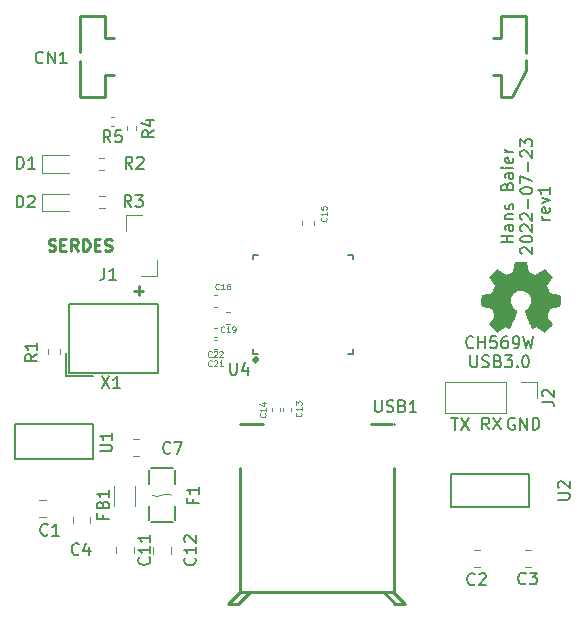
<source format=gbr>
%TF.GenerationSoftware,KiCad,Pcbnew,6.0.6-3a73a75311~116~ubuntu20.04.1*%
%TF.CreationDate,2022-07-23T08:19:23+07:00*%
%TF.ProjectId,CH569Board,43483536-3942-46f6-9172-642e6b696361,rev?*%
%TF.SameCoordinates,Original*%
%TF.FileFunction,Legend,Top*%
%TF.FilePolarity,Positive*%
%FSLAX46Y46*%
G04 Gerber Fmt 4.6, Leading zero omitted, Abs format (unit mm)*
G04 Created by KiCad (PCBNEW 6.0.6-3a73a75311~116~ubuntu20.04.1) date 2022-07-23 08:19:23*
%MOMM*%
%LPD*%
G01*
G04 APERTURE LIST*
%ADD10C,0.250000*%
%ADD11C,0.150000*%
%ADD12C,0.125000*%
%ADD13C,0.120000*%
%ADD14C,0.010000*%
%ADD15C,0.080000*%
%ADD16C,0.200000*%
%ADD17C,0.300000*%
G04 APERTURE END LIST*
D10*
X111328247Y-102230228D02*
X112090152Y-102230228D01*
X111709200Y-102611180D02*
X111709200Y-101849276D01*
D11*
X143411380Y-98138761D02*
X142411380Y-98138761D01*
X142887571Y-98138761D02*
X142887571Y-97567333D01*
X143411380Y-97567333D02*
X142411380Y-97567333D01*
X143411380Y-96662571D02*
X142887571Y-96662571D01*
X142792333Y-96710190D01*
X142744714Y-96805428D01*
X142744714Y-96995904D01*
X142792333Y-97091142D01*
X143363761Y-96662571D02*
X143411380Y-96757809D01*
X143411380Y-96995904D01*
X143363761Y-97091142D01*
X143268523Y-97138761D01*
X143173285Y-97138761D01*
X143078047Y-97091142D01*
X143030428Y-96995904D01*
X143030428Y-96757809D01*
X142982809Y-96662571D01*
X142744714Y-96186380D02*
X143411380Y-96186380D01*
X142839952Y-96186380D02*
X142792333Y-96138761D01*
X142744714Y-96043523D01*
X142744714Y-95900666D01*
X142792333Y-95805428D01*
X142887571Y-95757809D01*
X143411380Y-95757809D01*
X143363761Y-95329238D02*
X143411380Y-95234000D01*
X143411380Y-95043523D01*
X143363761Y-94948285D01*
X143268523Y-94900666D01*
X143220904Y-94900666D01*
X143125666Y-94948285D01*
X143078047Y-95043523D01*
X143078047Y-95186380D01*
X143030428Y-95281619D01*
X142935190Y-95329238D01*
X142887571Y-95329238D01*
X142792333Y-95281619D01*
X142744714Y-95186380D01*
X142744714Y-95043523D01*
X142792333Y-94948285D01*
X142887571Y-93376857D02*
X142935190Y-93234000D01*
X142982809Y-93186380D01*
X143078047Y-93138761D01*
X143220904Y-93138761D01*
X143316142Y-93186380D01*
X143363761Y-93234000D01*
X143411380Y-93329238D01*
X143411380Y-93710190D01*
X142411380Y-93710190D01*
X142411380Y-93376857D01*
X142459000Y-93281619D01*
X142506619Y-93234000D01*
X142601857Y-93186380D01*
X142697095Y-93186380D01*
X142792333Y-93234000D01*
X142839952Y-93281619D01*
X142887571Y-93376857D01*
X142887571Y-93710190D01*
X143411380Y-92281619D02*
X142887571Y-92281619D01*
X142792333Y-92329238D01*
X142744714Y-92424476D01*
X142744714Y-92614952D01*
X142792333Y-92710190D01*
X143363761Y-92281619D02*
X143411380Y-92376857D01*
X143411380Y-92614952D01*
X143363761Y-92710190D01*
X143268523Y-92757809D01*
X143173285Y-92757809D01*
X143078047Y-92710190D01*
X143030428Y-92614952D01*
X143030428Y-92376857D01*
X142982809Y-92281619D01*
X143411380Y-91805428D02*
X142744714Y-91805428D01*
X142411380Y-91805428D02*
X142459000Y-91853047D01*
X142506619Y-91805428D01*
X142459000Y-91757809D01*
X142411380Y-91805428D01*
X142506619Y-91805428D01*
X143363761Y-90948285D02*
X143411380Y-91043523D01*
X143411380Y-91234000D01*
X143363761Y-91329238D01*
X143268523Y-91376857D01*
X142887571Y-91376857D01*
X142792333Y-91329238D01*
X142744714Y-91234000D01*
X142744714Y-91043523D01*
X142792333Y-90948285D01*
X142887571Y-90900666D01*
X142982809Y-90900666D01*
X143078047Y-91376857D01*
X143411380Y-90472095D02*
X142744714Y-90472095D01*
X142935190Y-90472095D02*
X142839952Y-90424476D01*
X142792333Y-90376857D01*
X142744714Y-90281619D01*
X142744714Y-90186380D01*
X144116619Y-99091142D02*
X144069000Y-99043523D01*
X144021380Y-98948285D01*
X144021380Y-98710190D01*
X144069000Y-98614952D01*
X144116619Y-98567333D01*
X144211857Y-98519714D01*
X144307095Y-98519714D01*
X144449952Y-98567333D01*
X145021380Y-99138761D01*
X145021380Y-98519714D01*
X144021380Y-97900666D02*
X144021380Y-97805428D01*
X144069000Y-97710190D01*
X144116619Y-97662571D01*
X144211857Y-97614952D01*
X144402333Y-97567333D01*
X144640428Y-97567333D01*
X144830904Y-97614952D01*
X144926142Y-97662571D01*
X144973761Y-97710190D01*
X145021380Y-97805428D01*
X145021380Y-97900666D01*
X144973761Y-97995904D01*
X144926142Y-98043523D01*
X144830904Y-98091142D01*
X144640428Y-98138761D01*
X144402333Y-98138761D01*
X144211857Y-98091142D01*
X144116619Y-98043523D01*
X144069000Y-97995904D01*
X144021380Y-97900666D01*
X144116619Y-97186380D02*
X144069000Y-97138761D01*
X144021380Y-97043523D01*
X144021380Y-96805428D01*
X144069000Y-96710190D01*
X144116619Y-96662571D01*
X144211857Y-96614952D01*
X144307095Y-96614952D01*
X144449952Y-96662571D01*
X145021380Y-97234000D01*
X145021380Y-96614952D01*
X144116619Y-96234000D02*
X144069000Y-96186380D01*
X144021380Y-96091142D01*
X144021380Y-95853047D01*
X144069000Y-95757809D01*
X144116619Y-95710190D01*
X144211857Y-95662571D01*
X144307095Y-95662571D01*
X144449952Y-95710190D01*
X145021380Y-96281619D01*
X145021380Y-95662571D01*
X144640428Y-95234000D02*
X144640428Y-94472095D01*
X144021380Y-93805428D02*
X144021380Y-93710190D01*
X144069000Y-93614952D01*
X144116619Y-93567333D01*
X144211857Y-93519714D01*
X144402333Y-93472095D01*
X144640428Y-93472095D01*
X144830904Y-93519714D01*
X144926142Y-93567333D01*
X144973761Y-93614952D01*
X145021380Y-93710190D01*
X145021380Y-93805428D01*
X144973761Y-93900666D01*
X144926142Y-93948285D01*
X144830904Y-93995904D01*
X144640428Y-94043523D01*
X144402333Y-94043523D01*
X144211857Y-93995904D01*
X144116619Y-93948285D01*
X144069000Y-93900666D01*
X144021380Y-93805428D01*
X144021380Y-93138761D02*
X144021380Y-92472095D01*
X145021380Y-92900666D01*
X144640428Y-92091142D02*
X144640428Y-91329238D01*
X144116619Y-90900666D02*
X144069000Y-90853047D01*
X144021380Y-90757809D01*
X144021380Y-90519714D01*
X144069000Y-90424476D01*
X144116619Y-90376857D01*
X144211857Y-90329238D01*
X144307095Y-90329238D01*
X144449952Y-90376857D01*
X145021380Y-90948285D01*
X145021380Y-90329238D01*
X144021380Y-89995904D02*
X144021380Y-89376857D01*
X144402333Y-89710190D01*
X144402333Y-89567333D01*
X144449952Y-89472095D01*
X144497571Y-89424476D01*
X144592809Y-89376857D01*
X144830904Y-89376857D01*
X144926142Y-89424476D01*
X144973761Y-89472095D01*
X145021380Y-89567333D01*
X145021380Y-89853047D01*
X144973761Y-89948285D01*
X144926142Y-89995904D01*
X140025714Y-106994142D02*
X139978095Y-107041761D01*
X139835238Y-107089380D01*
X139740000Y-107089380D01*
X139597142Y-107041761D01*
X139501904Y-106946523D01*
X139454285Y-106851285D01*
X139406666Y-106660809D01*
X139406666Y-106517952D01*
X139454285Y-106327476D01*
X139501904Y-106232238D01*
X139597142Y-106137000D01*
X139740000Y-106089380D01*
X139835238Y-106089380D01*
X139978095Y-106137000D01*
X140025714Y-106184619D01*
X140454285Y-107089380D02*
X140454285Y-106089380D01*
X140454285Y-106565571D02*
X141025714Y-106565571D01*
X141025714Y-107089380D02*
X141025714Y-106089380D01*
X141978095Y-106089380D02*
X141501904Y-106089380D01*
X141454285Y-106565571D01*
X141501904Y-106517952D01*
X141597142Y-106470333D01*
X141835238Y-106470333D01*
X141930476Y-106517952D01*
X141978095Y-106565571D01*
X142025714Y-106660809D01*
X142025714Y-106898904D01*
X141978095Y-106994142D01*
X141930476Y-107041761D01*
X141835238Y-107089380D01*
X141597142Y-107089380D01*
X141501904Y-107041761D01*
X141454285Y-106994142D01*
X142882857Y-106089380D02*
X142692380Y-106089380D01*
X142597142Y-106137000D01*
X142549523Y-106184619D01*
X142454285Y-106327476D01*
X142406666Y-106517952D01*
X142406666Y-106898904D01*
X142454285Y-106994142D01*
X142501904Y-107041761D01*
X142597142Y-107089380D01*
X142787619Y-107089380D01*
X142882857Y-107041761D01*
X142930476Y-106994142D01*
X142978095Y-106898904D01*
X142978095Y-106660809D01*
X142930476Y-106565571D01*
X142882857Y-106517952D01*
X142787619Y-106470333D01*
X142597142Y-106470333D01*
X142501904Y-106517952D01*
X142454285Y-106565571D01*
X142406666Y-106660809D01*
X143454285Y-107089380D02*
X143644761Y-107089380D01*
X143740000Y-107041761D01*
X143787619Y-106994142D01*
X143882857Y-106851285D01*
X143930476Y-106660809D01*
X143930476Y-106279857D01*
X143882857Y-106184619D01*
X143835238Y-106137000D01*
X143740000Y-106089380D01*
X143549523Y-106089380D01*
X143454285Y-106137000D01*
X143406666Y-106184619D01*
X143359047Y-106279857D01*
X143359047Y-106517952D01*
X143406666Y-106613190D01*
X143454285Y-106660809D01*
X143549523Y-106708428D01*
X143740000Y-106708428D01*
X143835238Y-106660809D01*
X143882857Y-106613190D01*
X143930476Y-106517952D01*
X144263809Y-106089380D02*
X144501904Y-107089380D01*
X144692380Y-106375095D01*
X144882857Y-107089380D01*
X145120952Y-106089380D01*
X139787619Y-107699380D02*
X139787619Y-108508904D01*
X139835238Y-108604142D01*
X139882857Y-108651761D01*
X139978095Y-108699380D01*
X140168571Y-108699380D01*
X140263809Y-108651761D01*
X140311428Y-108604142D01*
X140359047Y-108508904D01*
X140359047Y-107699380D01*
X140787619Y-108651761D02*
X140930476Y-108699380D01*
X141168571Y-108699380D01*
X141263809Y-108651761D01*
X141311428Y-108604142D01*
X141359047Y-108508904D01*
X141359047Y-108413666D01*
X141311428Y-108318428D01*
X141263809Y-108270809D01*
X141168571Y-108223190D01*
X140978095Y-108175571D01*
X140882857Y-108127952D01*
X140835238Y-108080333D01*
X140787619Y-107985095D01*
X140787619Y-107889857D01*
X140835238Y-107794619D01*
X140882857Y-107747000D01*
X140978095Y-107699380D01*
X141216190Y-107699380D01*
X141359047Y-107747000D01*
X142120952Y-108175571D02*
X142263809Y-108223190D01*
X142311428Y-108270809D01*
X142359047Y-108366047D01*
X142359047Y-108508904D01*
X142311428Y-108604142D01*
X142263809Y-108651761D01*
X142168571Y-108699380D01*
X141787619Y-108699380D01*
X141787619Y-107699380D01*
X142120952Y-107699380D01*
X142216190Y-107747000D01*
X142263809Y-107794619D01*
X142311428Y-107889857D01*
X142311428Y-107985095D01*
X142263809Y-108080333D01*
X142216190Y-108127952D01*
X142120952Y-108175571D01*
X141787619Y-108175571D01*
X142692380Y-107699380D02*
X143311428Y-107699380D01*
X142978095Y-108080333D01*
X143120952Y-108080333D01*
X143216190Y-108127952D01*
X143263809Y-108175571D01*
X143311428Y-108270809D01*
X143311428Y-108508904D01*
X143263809Y-108604142D01*
X143216190Y-108651761D01*
X143120952Y-108699380D01*
X142835238Y-108699380D01*
X142740000Y-108651761D01*
X142692380Y-108604142D01*
X143740000Y-108604142D02*
X143787619Y-108651761D01*
X143740000Y-108699380D01*
X143692380Y-108651761D01*
X143740000Y-108604142D01*
X143740000Y-108699380D01*
X144406666Y-107699380D02*
X144501904Y-107699380D01*
X144597142Y-107747000D01*
X144644761Y-107794619D01*
X144692380Y-107889857D01*
X144740000Y-108080333D01*
X144740000Y-108318428D01*
X144692380Y-108508904D01*
X144644761Y-108604142D01*
X144597142Y-108651761D01*
X144501904Y-108699380D01*
X144406666Y-108699380D01*
X144311428Y-108651761D01*
X144263809Y-108604142D01*
X144216190Y-108508904D01*
X144168571Y-108318428D01*
X144168571Y-108080333D01*
X144216190Y-107889857D01*
X144263809Y-107794619D01*
X144311428Y-107747000D01*
X144406666Y-107699380D01*
X141363333Y-113962380D02*
X141030000Y-113486190D01*
X140791904Y-113962380D02*
X140791904Y-112962380D01*
X141172857Y-112962380D01*
X141268095Y-113010000D01*
X141315714Y-113057619D01*
X141363333Y-113152857D01*
X141363333Y-113295714D01*
X141315714Y-113390952D01*
X141268095Y-113438571D01*
X141172857Y-113486190D01*
X140791904Y-113486190D01*
X141696666Y-112962380D02*
X142363333Y-113962380D01*
X142363333Y-112962380D02*
X141696666Y-113962380D01*
X143518095Y-113030000D02*
X143422857Y-112982380D01*
X143280000Y-112982380D01*
X143137142Y-113030000D01*
X143041904Y-113125238D01*
X142994285Y-113220476D01*
X142946666Y-113410952D01*
X142946666Y-113553809D01*
X142994285Y-113744285D01*
X143041904Y-113839523D01*
X143137142Y-113934761D01*
X143280000Y-113982380D01*
X143375238Y-113982380D01*
X143518095Y-113934761D01*
X143565714Y-113887142D01*
X143565714Y-113553809D01*
X143375238Y-113553809D01*
X143994285Y-113982380D02*
X143994285Y-112982380D01*
X144565714Y-113982380D01*
X144565714Y-112982380D01*
X145041904Y-113982380D02*
X145041904Y-112982380D01*
X145280000Y-112982380D01*
X145422857Y-113030000D01*
X145518095Y-113125238D01*
X145565714Y-113220476D01*
X145613333Y-113410952D01*
X145613333Y-113553809D01*
X145565714Y-113744285D01*
X145518095Y-113839523D01*
X145422857Y-113934761D01*
X145280000Y-113982380D01*
X145041904Y-113982380D01*
X146502380Y-96200742D02*
X145835714Y-96200742D01*
X146026190Y-96200742D02*
X145930952Y-96153123D01*
X145883333Y-96105504D01*
X145835714Y-96010266D01*
X145835714Y-95915028D01*
X146454761Y-95200742D02*
X146502380Y-95295980D01*
X146502380Y-95486457D01*
X146454761Y-95581695D01*
X146359523Y-95629314D01*
X145978571Y-95629314D01*
X145883333Y-95581695D01*
X145835714Y-95486457D01*
X145835714Y-95295980D01*
X145883333Y-95200742D01*
X145978571Y-95153123D01*
X146073809Y-95153123D01*
X146169047Y-95629314D01*
X145835714Y-94819790D02*
X146502380Y-94581695D01*
X145835714Y-94343600D01*
X146502380Y-93438838D02*
X146502380Y-94010266D01*
X146502380Y-93724552D02*
X145502380Y-93724552D01*
X145645238Y-93819790D01*
X145740476Y-93915028D01*
X145788095Y-94010266D01*
X138178095Y-112982380D02*
X138749523Y-112982380D01*
X138463809Y-113982380D02*
X138463809Y-112982380D01*
X138987619Y-112982380D02*
X139654285Y-113982380D01*
X139654285Y-112982380D02*
X138987619Y-113982380D01*
D10*
X104064133Y-98804361D02*
X104206990Y-98851980D01*
X104445085Y-98851980D01*
X104540323Y-98804361D01*
X104587942Y-98756742D01*
X104635561Y-98661504D01*
X104635561Y-98566266D01*
X104587942Y-98471028D01*
X104540323Y-98423409D01*
X104445085Y-98375790D01*
X104254609Y-98328171D01*
X104159371Y-98280552D01*
X104111752Y-98232933D01*
X104064133Y-98137695D01*
X104064133Y-98042457D01*
X104111752Y-97947219D01*
X104159371Y-97899600D01*
X104254609Y-97851980D01*
X104492704Y-97851980D01*
X104635561Y-97899600D01*
X105064133Y-98328171D02*
X105397466Y-98328171D01*
X105540323Y-98851980D02*
X105064133Y-98851980D01*
X105064133Y-97851980D01*
X105540323Y-97851980D01*
X106540323Y-98851980D02*
X106206990Y-98375790D01*
X105968895Y-98851980D02*
X105968895Y-97851980D01*
X106349847Y-97851980D01*
X106445085Y-97899600D01*
X106492704Y-97947219D01*
X106540323Y-98042457D01*
X106540323Y-98185314D01*
X106492704Y-98280552D01*
X106445085Y-98328171D01*
X106349847Y-98375790D01*
X105968895Y-98375790D01*
X106968895Y-98851980D02*
X106968895Y-97851980D01*
X107206990Y-97851980D01*
X107349847Y-97899600D01*
X107445085Y-97994838D01*
X107492704Y-98090076D01*
X107540323Y-98280552D01*
X107540323Y-98423409D01*
X107492704Y-98613885D01*
X107445085Y-98709123D01*
X107349847Y-98804361D01*
X107206990Y-98851980D01*
X106968895Y-98851980D01*
X107968895Y-98328171D02*
X108302228Y-98328171D01*
X108445085Y-98851980D02*
X107968895Y-98851980D01*
X107968895Y-97851980D01*
X108445085Y-97851980D01*
X108826038Y-98804361D02*
X108968895Y-98851980D01*
X109206990Y-98851980D01*
X109302228Y-98804361D01*
X109349847Y-98756742D01*
X109397466Y-98661504D01*
X109397466Y-98566266D01*
X109349847Y-98471028D01*
X109302228Y-98423409D01*
X109206990Y-98375790D01*
X109016514Y-98328171D01*
X108921276Y-98280552D01*
X108873657Y-98232933D01*
X108826038Y-98137695D01*
X108826038Y-98042457D01*
X108873657Y-97947219D01*
X108921276Y-97899600D01*
X109016514Y-97851980D01*
X109254609Y-97851980D01*
X109397466Y-97899600D01*
D11*
%TO.C,R4*%
X112974380Y-88660266D02*
X112498190Y-88993600D01*
X112974380Y-89231695D02*
X111974380Y-89231695D01*
X111974380Y-88850742D01*
X112022000Y-88755504D01*
X112069619Y-88707885D01*
X112164857Y-88660266D01*
X112307714Y-88660266D01*
X112402952Y-88707885D01*
X112450571Y-88755504D01*
X112498190Y-88850742D01*
X112498190Y-89231695D01*
X112307714Y-87803123D02*
X112974380Y-87803123D01*
X111926761Y-88041219D02*
X112641047Y-88279314D01*
X112641047Y-87660266D01*
%TO.C,CN1*%
X103589523Y-82887142D02*
X103541904Y-82934761D01*
X103399047Y-82982380D01*
X103303809Y-82982380D01*
X103160952Y-82934761D01*
X103065714Y-82839523D01*
X103018095Y-82744285D01*
X102970476Y-82553809D01*
X102970476Y-82410952D01*
X103018095Y-82220476D01*
X103065714Y-82125238D01*
X103160952Y-82030000D01*
X103303809Y-81982380D01*
X103399047Y-81982380D01*
X103541904Y-82030000D01*
X103589523Y-82077619D01*
X104018095Y-82982380D02*
X104018095Y-81982380D01*
X104589523Y-82982380D01*
X104589523Y-81982380D01*
X105589523Y-82982380D02*
X105018095Y-82982380D01*
X105303809Y-82982380D02*
X105303809Y-81982380D01*
X105208571Y-82125238D01*
X105113333Y-82220476D01*
X105018095Y-82268095D01*
D12*
%TO.C,C14*%
X122398571Y-112621428D02*
X122422380Y-112645238D01*
X122446190Y-112716666D01*
X122446190Y-112764285D01*
X122422380Y-112835714D01*
X122374761Y-112883333D01*
X122327142Y-112907142D01*
X122231904Y-112930952D01*
X122160476Y-112930952D01*
X122065238Y-112907142D01*
X122017619Y-112883333D01*
X121970000Y-112835714D01*
X121946190Y-112764285D01*
X121946190Y-112716666D01*
X121970000Y-112645238D01*
X121993809Y-112621428D01*
X122446190Y-112145238D02*
X122446190Y-112430952D01*
X122446190Y-112288095D02*
X121946190Y-112288095D01*
X122017619Y-112335714D01*
X122065238Y-112383333D01*
X122089047Y-112430952D01*
X122112857Y-111716666D02*
X122446190Y-111716666D01*
X121922380Y-111835714D02*
X122279523Y-111954761D01*
X122279523Y-111645238D01*
%TO.C,C19*%
X118948571Y-105698571D02*
X118924761Y-105722380D01*
X118853333Y-105746190D01*
X118805714Y-105746190D01*
X118734285Y-105722380D01*
X118686666Y-105674761D01*
X118662857Y-105627142D01*
X118639047Y-105531904D01*
X118639047Y-105460476D01*
X118662857Y-105365238D01*
X118686666Y-105317619D01*
X118734285Y-105270000D01*
X118805714Y-105246190D01*
X118853333Y-105246190D01*
X118924761Y-105270000D01*
X118948571Y-105293809D01*
X119424761Y-105746190D02*
X119139047Y-105746190D01*
X119281904Y-105746190D02*
X119281904Y-105246190D01*
X119234285Y-105317619D01*
X119186666Y-105365238D01*
X119139047Y-105389047D01*
X119662857Y-105746190D02*
X119758095Y-105746190D01*
X119805714Y-105722380D01*
X119829523Y-105698571D01*
X119877142Y-105627142D01*
X119900952Y-105531904D01*
X119900952Y-105341428D01*
X119877142Y-105293809D01*
X119853333Y-105270000D01*
X119805714Y-105246190D01*
X119710476Y-105246190D01*
X119662857Y-105270000D01*
X119639047Y-105293809D01*
X119615238Y-105341428D01*
X119615238Y-105460476D01*
X119639047Y-105508095D01*
X119662857Y-105531904D01*
X119710476Y-105555714D01*
X119805714Y-105555714D01*
X119853333Y-105531904D01*
X119877142Y-105508095D01*
X119900952Y-105460476D01*
D11*
%TO.C,C4*%
X106640333Y-124512342D02*
X106592714Y-124559961D01*
X106449857Y-124607580D01*
X106354619Y-124607580D01*
X106211761Y-124559961D01*
X106116523Y-124464723D01*
X106068904Y-124369485D01*
X106021285Y-124179009D01*
X106021285Y-124036152D01*
X106068904Y-123845676D01*
X106116523Y-123750438D01*
X106211761Y-123655200D01*
X106354619Y-123607580D01*
X106449857Y-123607580D01*
X106592714Y-123655200D01*
X106640333Y-123702819D01*
X107497476Y-123940914D02*
X107497476Y-124607580D01*
X107259380Y-123559961D02*
X107021285Y-124274247D01*
X107640333Y-124274247D01*
D12*
%TO.C,C16*%
X118508571Y-102068571D02*
X118484761Y-102092380D01*
X118413333Y-102116190D01*
X118365714Y-102116190D01*
X118294285Y-102092380D01*
X118246666Y-102044761D01*
X118222857Y-101997142D01*
X118199047Y-101901904D01*
X118199047Y-101830476D01*
X118222857Y-101735238D01*
X118246666Y-101687619D01*
X118294285Y-101640000D01*
X118365714Y-101616190D01*
X118413333Y-101616190D01*
X118484761Y-101640000D01*
X118508571Y-101663809D01*
X118984761Y-102116190D02*
X118699047Y-102116190D01*
X118841904Y-102116190D02*
X118841904Y-101616190D01*
X118794285Y-101687619D01*
X118746666Y-101735238D01*
X118699047Y-101759047D01*
X119413333Y-101616190D02*
X119318095Y-101616190D01*
X119270476Y-101640000D01*
X119246666Y-101663809D01*
X119199047Y-101735238D01*
X119175238Y-101830476D01*
X119175238Y-102020952D01*
X119199047Y-102068571D01*
X119222857Y-102092380D01*
X119270476Y-102116190D01*
X119365714Y-102116190D01*
X119413333Y-102092380D01*
X119437142Y-102068571D01*
X119460952Y-102020952D01*
X119460952Y-101901904D01*
X119437142Y-101854285D01*
X119413333Y-101830476D01*
X119365714Y-101806666D01*
X119270476Y-101806666D01*
X119222857Y-101830476D01*
X119199047Y-101854285D01*
X119175238Y-101901904D01*
D11*
%TO.C,C1*%
X103998733Y-122861342D02*
X103951114Y-122908961D01*
X103808257Y-122956580D01*
X103713019Y-122956580D01*
X103570161Y-122908961D01*
X103474923Y-122813723D01*
X103427304Y-122718485D01*
X103379685Y-122528009D01*
X103379685Y-122385152D01*
X103427304Y-122194676D01*
X103474923Y-122099438D01*
X103570161Y-122004200D01*
X103713019Y-121956580D01*
X103808257Y-121956580D01*
X103951114Y-122004200D01*
X103998733Y-122051819D01*
X104951114Y-122956580D02*
X104379685Y-122956580D01*
X104665400Y-122956580D02*
X104665400Y-121956580D01*
X104570161Y-122099438D01*
X104474923Y-122194676D01*
X104379685Y-122242295D01*
D12*
%TO.C,C13*%
X125438571Y-112551428D02*
X125462380Y-112575238D01*
X125486190Y-112646666D01*
X125486190Y-112694285D01*
X125462380Y-112765714D01*
X125414761Y-112813333D01*
X125367142Y-112837142D01*
X125271904Y-112860952D01*
X125200476Y-112860952D01*
X125105238Y-112837142D01*
X125057619Y-112813333D01*
X125010000Y-112765714D01*
X124986190Y-112694285D01*
X124986190Y-112646666D01*
X125010000Y-112575238D01*
X125033809Y-112551428D01*
X125486190Y-112075238D02*
X125486190Y-112360952D01*
X125486190Y-112218095D02*
X124986190Y-112218095D01*
X125057619Y-112265714D01*
X125105238Y-112313333D01*
X125129047Y-112360952D01*
X124986190Y-111908571D02*
X124986190Y-111599047D01*
X125176666Y-111765714D01*
X125176666Y-111694285D01*
X125200476Y-111646666D01*
X125224285Y-111622857D01*
X125271904Y-111599047D01*
X125390952Y-111599047D01*
X125438571Y-111622857D01*
X125462380Y-111646666D01*
X125486190Y-111694285D01*
X125486190Y-111837142D01*
X125462380Y-111884761D01*
X125438571Y-111908571D01*
D11*
%TO.C,C3*%
X144460933Y-127001542D02*
X144413314Y-127049161D01*
X144270457Y-127096780D01*
X144175219Y-127096780D01*
X144032361Y-127049161D01*
X143937123Y-126953923D01*
X143889504Y-126858685D01*
X143841885Y-126668209D01*
X143841885Y-126525352D01*
X143889504Y-126334876D01*
X143937123Y-126239638D01*
X144032361Y-126144400D01*
X144175219Y-126096780D01*
X144270457Y-126096780D01*
X144413314Y-126144400D01*
X144460933Y-126192019D01*
X144794266Y-126096780D02*
X145413314Y-126096780D01*
X145079980Y-126477733D01*
X145222838Y-126477733D01*
X145318076Y-126525352D01*
X145365695Y-126572971D01*
X145413314Y-126668209D01*
X145413314Y-126906304D01*
X145365695Y-127001542D01*
X145318076Y-127049161D01*
X145222838Y-127096780D01*
X144937123Y-127096780D01*
X144841885Y-127049161D01*
X144794266Y-127001542D01*
%TO.C,D2*%
X101366104Y-95178580D02*
X101366104Y-94178580D01*
X101604200Y-94178580D01*
X101747057Y-94226200D01*
X101842295Y-94321438D01*
X101889914Y-94416676D01*
X101937533Y-94607152D01*
X101937533Y-94750009D01*
X101889914Y-94940485D01*
X101842295Y-95035723D01*
X101747057Y-95130961D01*
X101604200Y-95178580D01*
X101366104Y-95178580D01*
X102318485Y-94273819D02*
X102366104Y-94226200D01*
X102461342Y-94178580D01*
X102699438Y-94178580D01*
X102794676Y-94226200D01*
X102842295Y-94273819D01*
X102889914Y-94369057D01*
X102889914Y-94464295D01*
X102842295Y-94607152D01*
X102270866Y-95178580D01*
X102889914Y-95178580D01*
%TO.C,D1*%
X101392354Y-91883580D02*
X101392354Y-90883580D01*
X101630450Y-90883580D01*
X101773307Y-90931200D01*
X101868545Y-91026438D01*
X101916164Y-91121676D01*
X101963783Y-91312152D01*
X101963783Y-91455009D01*
X101916164Y-91645485D01*
X101868545Y-91740723D01*
X101773307Y-91835961D01*
X101630450Y-91883580D01*
X101392354Y-91883580D01*
X102916164Y-91883580D02*
X102344735Y-91883580D01*
X102630450Y-91883580D02*
X102630450Y-90883580D01*
X102535211Y-91026438D01*
X102439973Y-91121676D01*
X102344735Y-91169295D01*
%TO.C,R5*%
X109307333Y-89657180D02*
X108974000Y-89180990D01*
X108735904Y-89657180D02*
X108735904Y-88657180D01*
X109116857Y-88657180D01*
X109212095Y-88704800D01*
X109259714Y-88752419D01*
X109307333Y-88847657D01*
X109307333Y-88990514D01*
X109259714Y-89085752D01*
X109212095Y-89133371D01*
X109116857Y-89180990D01*
X108735904Y-89180990D01*
X110212095Y-88657180D02*
X109735904Y-88657180D01*
X109688285Y-89133371D01*
X109735904Y-89085752D01*
X109831142Y-89038133D01*
X110069238Y-89038133D01*
X110164476Y-89085752D01*
X110212095Y-89133371D01*
X110259714Y-89228609D01*
X110259714Y-89466704D01*
X110212095Y-89561942D01*
X110164476Y-89609561D01*
X110069238Y-89657180D01*
X109831142Y-89657180D01*
X109735904Y-89609561D01*
X109688285Y-89561942D01*
%TO.C,J1*%
X108785066Y-100290380D02*
X108785066Y-101004666D01*
X108737447Y-101147523D01*
X108642209Y-101242761D01*
X108499352Y-101290380D01*
X108404114Y-101290380D01*
X109785066Y-101290380D02*
X109213638Y-101290380D01*
X109499352Y-101290380D02*
X109499352Y-100290380D01*
X109404114Y-100433238D01*
X109308876Y-100528476D01*
X109213638Y-100576095D01*
%TO.C,C2*%
X140142933Y-127052342D02*
X140095314Y-127099961D01*
X139952457Y-127147580D01*
X139857219Y-127147580D01*
X139714361Y-127099961D01*
X139619123Y-127004723D01*
X139571504Y-126909485D01*
X139523885Y-126719009D01*
X139523885Y-126576152D01*
X139571504Y-126385676D01*
X139619123Y-126290438D01*
X139714361Y-126195200D01*
X139857219Y-126147580D01*
X139952457Y-126147580D01*
X140095314Y-126195200D01*
X140142933Y-126242819D01*
X140523885Y-126242819D02*
X140571504Y-126195200D01*
X140666742Y-126147580D01*
X140904838Y-126147580D01*
X141000076Y-126195200D01*
X141047695Y-126242819D01*
X141095314Y-126338057D01*
X141095314Y-126433295D01*
X141047695Y-126576152D01*
X140476266Y-127147580D01*
X141095314Y-127147580D01*
D12*
%TO.C,C21*%
X117890171Y-108585771D02*
X117866361Y-108609580D01*
X117794933Y-108633390D01*
X117747314Y-108633390D01*
X117675885Y-108609580D01*
X117628266Y-108561961D01*
X117604457Y-108514342D01*
X117580647Y-108419104D01*
X117580647Y-108347676D01*
X117604457Y-108252438D01*
X117628266Y-108204819D01*
X117675885Y-108157200D01*
X117747314Y-108133390D01*
X117794933Y-108133390D01*
X117866361Y-108157200D01*
X117890171Y-108181009D01*
X118080647Y-108181009D02*
X118104457Y-108157200D01*
X118152076Y-108133390D01*
X118271123Y-108133390D01*
X118318742Y-108157200D01*
X118342552Y-108181009D01*
X118366361Y-108228628D01*
X118366361Y-108276247D01*
X118342552Y-108347676D01*
X118056838Y-108633390D01*
X118366361Y-108633390D01*
X118842552Y-108633390D02*
X118556838Y-108633390D01*
X118699695Y-108633390D02*
X118699695Y-108133390D01*
X118652076Y-108204819D01*
X118604457Y-108252438D01*
X118556838Y-108276247D01*
D11*
%TO.C,C12*%
X116435142Y-124848857D02*
X116482761Y-124896476D01*
X116530380Y-125039333D01*
X116530380Y-125134571D01*
X116482761Y-125277428D01*
X116387523Y-125372666D01*
X116292285Y-125420285D01*
X116101809Y-125467904D01*
X115958952Y-125467904D01*
X115768476Y-125420285D01*
X115673238Y-125372666D01*
X115578000Y-125277428D01*
X115530380Y-125134571D01*
X115530380Y-125039333D01*
X115578000Y-124896476D01*
X115625619Y-124848857D01*
X116530380Y-123896476D02*
X116530380Y-124467904D01*
X116530380Y-124182190D02*
X115530380Y-124182190D01*
X115673238Y-124277428D01*
X115768476Y-124372666D01*
X115816095Y-124467904D01*
X115625619Y-123515523D02*
X115578000Y-123467904D01*
X115530380Y-123372666D01*
X115530380Y-123134571D01*
X115578000Y-123039333D01*
X115625619Y-122991714D01*
X115720857Y-122944095D01*
X115816095Y-122944095D01*
X115958952Y-122991714D01*
X116530380Y-123563142D01*
X116530380Y-122944095D01*
%TO.C,R1*%
X103068380Y-107608666D02*
X102592190Y-107942000D01*
X103068380Y-108180095D02*
X102068380Y-108180095D01*
X102068380Y-107799142D01*
X102116000Y-107703904D01*
X102163619Y-107656285D01*
X102258857Y-107608666D01*
X102401714Y-107608666D01*
X102496952Y-107656285D01*
X102544571Y-107703904D01*
X102592190Y-107799142D01*
X102592190Y-108180095D01*
X103068380Y-106656285D02*
X103068380Y-107227714D01*
X103068380Y-106942000D02*
X102068380Y-106942000D01*
X102211238Y-107037238D01*
X102306476Y-107132476D01*
X102354095Y-107227714D01*
%TO.C,J2*%
X145857380Y-111608333D02*
X146571666Y-111608333D01*
X146714523Y-111655952D01*
X146809761Y-111751190D01*
X146857380Y-111894047D01*
X146857380Y-111989285D01*
X145952619Y-111179761D02*
X145905000Y-111132142D01*
X145857380Y-111036904D01*
X145857380Y-110798809D01*
X145905000Y-110703571D01*
X145952619Y-110655952D01*
X146047857Y-110608333D01*
X146143095Y-110608333D01*
X146285952Y-110655952D01*
X146857380Y-111227380D01*
X146857380Y-110608333D01*
%TO.C,X1*%
X108550476Y-109482380D02*
X109217142Y-110482380D01*
X109217142Y-109482380D02*
X108550476Y-110482380D01*
X110121904Y-110482380D02*
X109550476Y-110482380D01*
X109836190Y-110482380D02*
X109836190Y-109482380D01*
X109740952Y-109625238D01*
X109645714Y-109720476D01*
X109550476Y-109768095D01*
%TO.C,C7*%
X114387333Y-115927142D02*
X114339714Y-115974761D01*
X114196857Y-116022380D01*
X114101619Y-116022380D01*
X113958761Y-115974761D01*
X113863523Y-115879523D01*
X113815904Y-115784285D01*
X113768285Y-115593809D01*
X113768285Y-115450952D01*
X113815904Y-115260476D01*
X113863523Y-115165238D01*
X113958761Y-115070000D01*
X114101619Y-115022380D01*
X114196857Y-115022380D01*
X114339714Y-115070000D01*
X114387333Y-115117619D01*
X114720666Y-115022380D02*
X115387333Y-115022380D01*
X114958761Y-116022380D01*
%TO.C,USB1*%
X131691904Y-111492380D02*
X131691904Y-112301904D01*
X131739523Y-112397142D01*
X131787142Y-112444761D01*
X131882380Y-112492380D01*
X132072857Y-112492380D01*
X132168095Y-112444761D01*
X132215714Y-112397142D01*
X132263333Y-112301904D01*
X132263333Y-111492380D01*
X132691904Y-112444761D02*
X132834761Y-112492380D01*
X133072857Y-112492380D01*
X133168095Y-112444761D01*
X133215714Y-112397142D01*
X133263333Y-112301904D01*
X133263333Y-112206666D01*
X133215714Y-112111428D01*
X133168095Y-112063809D01*
X133072857Y-112016190D01*
X132882380Y-111968571D01*
X132787142Y-111920952D01*
X132739523Y-111873333D01*
X132691904Y-111778095D01*
X132691904Y-111682857D01*
X132739523Y-111587619D01*
X132787142Y-111540000D01*
X132882380Y-111492380D01*
X133120476Y-111492380D01*
X133263333Y-111540000D01*
X134025238Y-111968571D02*
X134168095Y-112016190D01*
X134215714Y-112063809D01*
X134263333Y-112159047D01*
X134263333Y-112301904D01*
X134215714Y-112397142D01*
X134168095Y-112444761D01*
X134072857Y-112492380D01*
X133691904Y-112492380D01*
X133691904Y-111492380D01*
X134025238Y-111492380D01*
X134120476Y-111540000D01*
X134168095Y-111587619D01*
X134215714Y-111682857D01*
X134215714Y-111778095D01*
X134168095Y-111873333D01*
X134120476Y-111920952D01*
X134025238Y-111968571D01*
X133691904Y-111968571D01*
X135215714Y-112492380D02*
X134644285Y-112492380D01*
X134930000Y-112492380D02*
X134930000Y-111492380D01*
X134834761Y-111635238D01*
X134739523Y-111730476D01*
X134644285Y-111778095D01*
%TO.C,R3*%
X111077533Y-95138580D02*
X110744200Y-94662390D01*
X110506104Y-95138580D02*
X110506104Y-94138580D01*
X110887057Y-94138580D01*
X110982295Y-94186200D01*
X111029914Y-94233819D01*
X111077533Y-94329057D01*
X111077533Y-94471914D01*
X111029914Y-94567152D01*
X110982295Y-94614771D01*
X110887057Y-94662390D01*
X110506104Y-94662390D01*
X111410866Y-94138580D02*
X112029914Y-94138580D01*
X111696580Y-94519533D01*
X111839438Y-94519533D01*
X111934676Y-94567152D01*
X111982295Y-94614771D01*
X112029914Y-94710009D01*
X112029914Y-94948104D01*
X111982295Y-95043342D01*
X111934676Y-95090961D01*
X111839438Y-95138580D01*
X111553723Y-95138580D01*
X111458485Y-95090961D01*
X111410866Y-95043342D01*
%TO.C,U2*%
X147186380Y-119909904D02*
X147995904Y-119909904D01*
X148091142Y-119862285D01*
X148138761Y-119814666D01*
X148186380Y-119719428D01*
X148186380Y-119528952D01*
X148138761Y-119433714D01*
X148091142Y-119386095D01*
X147995904Y-119338476D01*
X147186380Y-119338476D01*
X147281619Y-118909904D02*
X147234000Y-118862285D01*
X147186380Y-118767047D01*
X147186380Y-118528952D01*
X147234000Y-118433714D01*
X147281619Y-118386095D01*
X147376857Y-118338476D01*
X147472095Y-118338476D01*
X147614952Y-118386095D01*
X148186380Y-118957523D01*
X148186380Y-118338476D01*
%TO.C,R2*%
X111163783Y-91883580D02*
X110830450Y-91407390D01*
X110592354Y-91883580D02*
X110592354Y-90883580D01*
X110973307Y-90883580D01*
X111068545Y-90931200D01*
X111116164Y-90978819D01*
X111163783Y-91074057D01*
X111163783Y-91216914D01*
X111116164Y-91312152D01*
X111068545Y-91359771D01*
X110973307Y-91407390D01*
X110592354Y-91407390D01*
X111544735Y-90978819D02*
X111592354Y-90931200D01*
X111687592Y-90883580D01*
X111925688Y-90883580D01*
X112020926Y-90931200D01*
X112068545Y-90978819D01*
X112116164Y-91074057D01*
X112116164Y-91169295D01*
X112068545Y-91312152D01*
X111497116Y-91883580D01*
X112116164Y-91883580D01*
%TO.C,F1*%
X116260571Y-119879733D02*
X116260571Y-120213066D01*
X116784380Y-120213066D02*
X115784380Y-120213066D01*
X115784380Y-119736876D01*
X116784380Y-118832114D02*
X116784380Y-119403542D01*
X116784380Y-119117828D02*
X115784380Y-119117828D01*
X115927238Y-119213066D01*
X116022476Y-119308304D01*
X116070095Y-119403542D01*
D12*
%TO.C,C15*%
X127558571Y-96031428D02*
X127582380Y-96055238D01*
X127606190Y-96126666D01*
X127606190Y-96174285D01*
X127582380Y-96245714D01*
X127534761Y-96293333D01*
X127487142Y-96317142D01*
X127391904Y-96340952D01*
X127320476Y-96340952D01*
X127225238Y-96317142D01*
X127177619Y-96293333D01*
X127130000Y-96245714D01*
X127106190Y-96174285D01*
X127106190Y-96126666D01*
X127130000Y-96055238D01*
X127153809Y-96031428D01*
X127606190Y-95555238D02*
X127606190Y-95840952D01*
X127606190Y-95698095D02*
X127106190Y-95698095D01*
X127177619Y-95745714D01*
X127225238Y-95793333D01*
X127249047Y-95840952D01*
X127106190Y-95102857D02*
X127106190Y-95340952D01*
X127344285Y-95364761D01*
X127320476Y-95340952D01*
X127296666Y-95293333D01*
X127296666Y-95174285D01*
X127320476Y-95126666D01*
X127344285Y-95102857D01*
X127391904Y-95079047D01*
X127510952Y-95079047D01*
X127558571Y-95102857D01*
X127582380Y-95126666D01*
X127606190Y-95174285D01*
X127606190Y-95293333D01*
X127582380Y-95340952D01*
X127558571Y-95364761D01*
%TO.C,C22*%
X117864771Y-107798371D02*
X117840961Y-107822180D01*
X117769533Y-107845990D01*
X117721914Y-107845990D01*
X117650485Y-107822180D01*
X117602866Y-107774561D01*
X117579057Y-107726942D01*
X117555247Y-107631704D01*
X117555247Y-107560276D01*
X117579057Y-107465038D01*
X117602866Y-107417419D01*
X117650485Y-107369800D01*
X117721914Y-107345990D01*
X117769533Y-107345990D01*
X117840961Y-107369800D01*
X117864771Y-107393609D01*
X118055247Y-107393609D02*
X118079057Y-107369800D01*
X118126676Y-107345990D01*
X118245723Y-107345990D01*
X118293342Y-107369800D01*
X118317152Y-107393609D01*
X118340961Y-107441228D01*
X118340961Y-107488847D01*
X118317152Y-107560276D01*
X118031438Y-107845990D01*
X118340961Y-107845990D01*
X118531438Y-107393609D02*
X118555247Y-107369800D01*
X118602866Y-107345990D01*
X118721914Y-107345990D01*
X118769533Y-107369800D01*
X118793342Y-107393609D01*
X118817152Y-107441228D01*
X118817152Y-107488847D01*
X118793342Y-107560276D01*
X118507628Y-107845990D01*
X118817152Y-107845990D01*
D11*
%TO.C,U1*%
X108418380Y-115823904D02*
X109227904Y-115823904D01*
X109323142Y-115776285D01*
X109370761Y-115728666D01*
X109418380Y-115633428D01*
X109418380Y-115442952D01*
X109370761Y-115347714D01*
X109323142Y-115300095D01*
X109227904Y-115252476D01*
X108418380Y-115252476D01*
X109418380Y-114252476D02*
X109418380Y-114823904D01*
X109418380Y-114538190D02*
X108418380Y-114538190D01*
X108561238Y-114633428D01*
X108656476Y-114728666D01*
X108704095Y-114823904D01*
%TO.C,U4*%
X119438095Y-108322380D02*
X119438095Y-109131904D01*
X119485714Y-109227142D01*
X119533333Y-109274761D01*
X119628571Y-109322380D01*
X119819047Y-109322380D01*
X119914285Y-109274761D01*
X119961904Y-109227142D01*
X120009523Y-109131904D01*
X120009523Y-108322380D01*
X120914285Y-108655714D02*
X120914285Y-109322380D01*
X120676190Y-108274761D02*
X120438095Y-108989047D01*
X121057142Y-108989047D01*
%TO.C,C11*%
X112567542Y-124812057D02*
X112615161Y-124859676D01*
X112662780Y-125002533D01*
X112662780Y-125097771D01*
X112615161Y-125240628D01*
X112519923Y-125335866D01*
X112424685Y-125383485D01*
X112234209Y-125431104D01*
X112091352Y-125431104D01*
X111900876Y-125383485D01*
X111805638Y-125335866D01*
X111710400Y-125240628D01*
X111662780Y-125097771D01*
X111662780Y-125002533D01*
X111710400Y-124859676D01*
X111758019Y-124812057D01*
X112662780Y-123859676D02*
X112662780Y-124431104D01*
X112662780Y-124145390D02*
X111662780Y-124145390D01*
X111805638Y-124240628D01*
X111900876Y-124335866D01*
X111948495Y-124431104D01*
X112662780Y-122907295D02*
X112662780Y-123478723D01*
X112662780Y-123193009D02*
X111662780Y-123193009D01*
X111805638Y-123288247D01*
X111900876Y-123383485D01*
X111948495Y-123478723D01*
%TO.C,FB1*%
X108640571Y-121178533D02*
X108640571Y-121511866D01*
X109164380Y-121511866D02*
X108164380Y-121511866D01*
X108164380Y-121035676D01*
X108640571Y-120321390D02*
X108688190Y-120178533D01*
X108735809Y-120130914D01*
X108831047Y-120083295D01*
X108973904Y-120083295D01*
X109069142Y-120130914D01*
X109116761Y-120178533D01*
X109164380Y-120273771D01*
X109164380Y-120654723D01*
X108164380Y-120654723D01*
X108164380Y-120321390D01*
X108212000Y-120226152D01*
X108259619Y-120178533D01*
X108354857Y-120130914D01*
X108450095Y-120130914D01*
X108545333Y-120178533D01*
X108592952Y-120226152D01*
X108640571Y-120321390D01*
X108640571Y-120654723D01*
X109164380Y-119130914D02*
X109164380Y-119702342D01*
X109164380Y-119416628D02*
X108164380Y-119416628D01*
X108307238Y-119511866D01*
X108402476Y-119607104D01*
X108450095Y-119702342D01*
D13*
%TO.C,R4*%
X110668800Y-88596441D02*
X110668800Y-88289159D01*
X111428800Y-88596441D02*
X111428800Y-88289159D01*
D10*
%TO.C,CN1*%
X142410000Y-83990000D02*
X142410000Y-85790000D01*
X108860000Y-84000000D02*
X109570000Y-84000000D01*
X144510000Y-82650000D02*
X144510000Y-83560000D01*
X143270000Y-85790000D02*
X142410000Y-85790000D01*
X106750000Y-85790000D02*
X108860000Y-85790000D01*
X144510000Y-78990000D02*
X144510000Y-82130000D01*
X108830000Y-78990000D02*
X108830000Y-80800000D01*
X106750000Y-85790000D02*
X106750000Y-82740000D01*
X144510000Y-83560000D02*
X143270000Y-85790000D01*
X108860000Y-85790000D02*
X108860000Y-84000000D01*
X106750000Y-78990000D02*
X108850000Y-78990000D01*
X142410000Y-83990000D02*
X141700000Y-83990000D01*
X106750000Y-82030000D02*
X106750000Y-78990000D01*
X144510000Y-78990000D02*
X142390000Y-78990000D01*
X142390000Y-80790000D02*
X141700000Y-80790000D01*
X108830000Y-80800000D02*
X109570000Y-80800000D01*
X142390000Y-78990000D02*
X142390000Y-80790000D01*
D13*
%TO.C,C14*%
X122982400Y-112152164D02*
X122982400Y-112367836D01*
X123702400Y-112152164D02*
X123702400Y-112367836D01*
%TO.C,C19*%
X119390580Y-105080000D02*
X119109420Y-105080000D01*
X119390580Y-104060000D02*
X119109420Y-104060000D01*
%TO.C,C4*%
X107567400Y-121876452D02*
X107567400Y-121353948D01*
X106097400Y-121876452D02*
X106097400Y-121353948D01*
%TO.C,C16*%
X118320580Y-103570000D02*
X118039420Y-103570000D01*
X118320580Y-102550000D02*
X118039420Y-102550000D01*
%TO.C,C1*%
X103298748Y-119945000D02*
X103821252Y-119945000D01*
X103298748Y-121415000D02*
X103821252Y-121415000D01*
%TO.C,C13*%
X123902400Y-112152164D02*
X123902400Y-112367836D01*
X124622400Y-112152164D02*
X124622400Y-112367836D01*
%TO.C,N1*%
G36*
X144573814Y-100211931D02*
G01*
X144657635Y-100656555D01*
X144966920Y-100784053D01*
X145276206Y-100911551D01*
X145647246Y-100659246D01*
X145751157Y-100588996D01*
X145845087Y-100526272D01*
X145924652Y-100473938D01*
X145985470Y-100434857D01*
X146023157Y-100411893D01*
X146033421Y-100406942D01*
X146051910Y-100419676D01*
X146091420Y-100454882D01*
X146147522Y-100508062D01*
X146215787Y-100574718D01*
X146291786Y-100650354D01*
X146371092Y-100730472D01*
X146449275Y-100810574D01*
X146521907Y-100886164D01*
X146584559Y-100952745D01*
X146632803Y-101005818D01*
X146662210Y-101040887D01*
X146669241Y-101052623D01*
X146659123Y-101074260D01*
X146630759Y-101121662D01*
X146587129Y-101190193D01*
X146531218Y-101275215D01*
X146466006Y-101372093D01*
X146428219Y-101427350D01*
X146359343Y-101528248D01*
X146298140Y-101619299D01*
X146247578Y-101695970D01*
X146210628Y-101753728D01*
X146190258Y-101788043D01*
X146187197Y-101795254D01*
X146194136Y-101815748D01*
X146213051Y-101863513D01*
X146241087Y-101931832D01*
X146275391Y-102013989D01*
X146313109Y-102103270D01*
X146351387Y-102192958D01*
X146387370Y-102276338D01*
X146418206Y-102346694D01*
X146441039Y-102397310D01*
X146453017Y-102421471D01*
X146453724Y-102422422D01*
X146472531Y-102427036D01*
X146522618Y-102437328D01*
X146598793Y-102452287D01*
X146695865Y-102470901D01*
X146808643Y-102492159D01*
X146874442Y-102504418D01*
X146994950Y-102527362D01*
X147103797Y-102549195D01*
X147195476Y-102568722D01*
X147264481Y-102584748D01*
X147305304Y-102596079D01*
X147313511Y-102599674D01*
X147321548Y-102624006D01*
X147328033Y-102678959D01*
X147332970Y-102758108D01*
X147336364Y-102855026D01*
X147338218Y-102963287D01*
X147338538Y-103076465D01*
X147337327Y-103188135D01*
X147334590Y-103291868D01*
X147330331Y-103381241D01*
X147324555Y-103449826D01*
X147317267Y-103491197D01*
X147312895Y-103499810D01*
X147286764Y-103510133D01*
X147231393Y-103524892D01*
X147154107Y-103542352D01*
X147062230Y-103560780D01*
X147030158Y-103566741D01*
X146875524Y-103595066D01*
X146753375Y-103617876D01*
X146659673Y-103636080D01*
X146590384Y-103650583D01*
X146541471Y-103662292D01*
X146508897Y-103672115D01*
X146488628Y-103680956D01*
X146476626Y-103689724D01*
X146474947Y-103691457D01*
X146458184Y-103719371D01*
X146432614Y-103773695D01*
X146400788Y-103847777D01*
X146365260Y-103934965D01*
X146328583Y-104028608D01*
X146293311Y-104122052D01*
X146261996Y-104208647D01*
X146237193Y-104281740D01*
X146221454Y-104334678D01*
X146217332Y-104360811D01*
X146217676Y-104361726D01*
X146231641Y-104383086D01*
X146263322Y-104430084D01*
X146309391Y-104497827D01*
X146366518Y-104581423D01*
X146431373Y-104675982D01*
X146449843Y-104702854D01*
X146515699Y-104800275D01*
X146573650Y-104889163D01*
X146620538Y-104964412D01*
X146653207Y-105020920D01*
X146668500Y-105053581D01*
X146669241Y-105057593D01*
X146656392Y-105078684D01*
X146620888Y-105120464D01*
X146567293Y-105178445D01*
X146500171Y-105248135D01*
X146424087Y-105325045D01*
X146343604Y-105404683D01*
X146263287Y-105482561D01*
X146187699Y-105554186D01*
X146121405Y-105615070D01*
X146068969Y-105660721D01*
X146034955Y-105686650D01*
X146025545Y-105690883D01*
X146003643Y-105680912D01*
X145958800Y-105654020D01*
X145898321Y-105614736D01*
X145851789Y-105583117D01*
X145767475Y-105525098D01*
X145667626Y-105456784D01*
X145567473Y-105388579D01*
X145513627Y-105352075D01*
X145331371Y-105228800D01*
X145178381Y-105311520D01*
X145108682Y-105347759D01*
X145049414Y-105375926D01*
X145009311Y-105391991D01*
X144999103Y-105394226D01*
X144986829Y-105377722D01*
X144962613Y-105331082D01*
X144928263Y-105258609D01*
X144885588Y-105164606D01*
X144836394Y-105053374D01*
X144782490Y-104929215D01*
X144725684Y-104796432D01*
X144667782Y-104659327D01*
X144610593Y-104522202D01*
X144555924Y-104389358D01*
X144505584Y-104265098D01*
X144461380Y-104153725D01*
X144425119Y-104059539D01*
X144398609Y-103986844D01*
X144383658Y-103939941D01*
X144381254Y-103923833D01*
X144400311Y-103903286D01*
X144442036Y-103869933D01*
X144497706Y-103830702D01*
X144502378Y-103827599D01*
X144646264Y-103712423D01*
X144762283Y-103578053D01*
X144849430Y-103428784D01*
X144906699Y-103268913D01*
X144933086Y-103102737D01*
X144927585Y-102934552D01*
X144889190Y-102768655D01*
X144816895Y-102609342D01*
X144795626Y-102574487D01*
X144684996Y-102433737D01*
X144554302Y-102320714D01*
X144408064Y-102236003D01*
X144250808Y-102180194D01*
X144087057Y-102153874D01*
X143921333Y-102157630D01*
X143758162Y-102192050D01*
X143602065Y-102257723D01*
X143457567Y-102355235D01*
X143412869Y-102394813D01*
X143299112Y-102518703D01*
X143216218Y-102649124D01*
X143159356Y-102795315D01*
X143127687Y-102940088D01*
X143119869Y-103102860D01*
X143145938Y-103266440D01*
X143203245Y-103425298D01*
X143289144Y-103573906D01*
X143400986Y-103706735D01*
X143536123Y-103818256D01*
X143553883Y-103830011D01*
X143610150Y-103868508D01*
X143652923Y-103901863D01*
X143673372Y-103923160D01*
X143673669Y-103923833D01*
X143669279Y-103946871D01*
X143651876Y-103999157D01*
X143623268Y-104076390D01*
X143585265Y-104174268D01*
X143539674Y-104288491D01*
X143488303Y-104414758D01*
X143432962Y-104548767D01*
X143375458Y-104686218D01*
X143317601Y-104822808D01*
X143261198Y-104954237D01*
X143208058Y-105076205D01*
X143159990Y-105184409D01*
X143118801Y-105274549D01*
X143086301Y-105342323D01*
X143064297Y-105383430D01*
X143055436Y-105394226D01*
X143028360Y-105385819D01*
X142977697Y-105363272D01*
X142912183Y-105330613D01*
X142876159Y-105311520D01*
X142723168Y-105228800D01*
X142540912Y-105352075D01*
X142447875Y-105415228D01*
X142346015Y-105484727D01*
X142250562Y-105550165D01*
X142202750Y-105583117D01*
X142135505Y-105628273D01*
X142078564Y-105664057D01*
X142039354Y-105685938D01*
X142026619Y-105690563D01*
X142008083Y-105678085D01*
X141967059Y-105643252D01*
X141907525Y-105589678D01*
X141833458Y-105520983D01*
X141748835Y-105440781D01*
X141695315Y-105389286D01*
X141601681Y-105297286D01*
X141520759Y-105214999D01*
X141455823Y-105145945D01*
X141410142Y-105093644D01*
X141386989Y-105061616D01*
X141384768Y-105055116D01*
X141395076Y-105030394D01*
X141423561Y-104980405D01*
X141467063Y-104910212D01*
X141522423Y-104824875D01*
X141586480Y-104729456D01*
X141604697Y-104702854D01*
X141671073Y-104606167D01*
X141730622Y-104519117D01*
X141780016Y-104446595D01*
X141815925Y-104393493D01*
X141835019Y-104364703D01*
X141836864Y-104361726D01*
X141834105Y-104338782D01*
X141819462Y-104288336D01*
X141795487Y-104217041D01*
X141764734Y-104131547D01*
X141729756Y-104038507D01*
X141693107Y-103944574D01*
X141657339Y-103856399D01*
X141625006Y-103780634D01*
X141598662Y-103723931D01*
X141580858Y-103692943D01*
X141579593Y-103691457D01*
X141568706Y-103682601D01*
X141550318Y-103673843D01*
X141520394Y-103664277D01*
X141474897Y-103652996D01*
X141409791Y-103639093D01*
X141321039Y-103621663D01*
X141204607Y-103599798D01*
X141056458Y-103572591D01*
X141024382Y-103566741D01*
X140929314Y-103548374D01*
X140846435Y-103530405D01*
X140783070Y-103514569D01*
X140746542Y-103502600D01*
X140741644Y-103499810D01*
X140733573Y-103475072D01*
X140727013Y-103419790D01*
X140721967Y-103340389D01*
X140718441Y-103243296D01*
X140716439Y-103134938D01*
X140715964Y-103021740D01*
X140717023Y-102910128D01*
X140719618Y-102806529D01*
X140723754Y-102717368D01*
X140729437Y-102649072D01*
X140736669Y-102608066D01*
X140741029Y-102599674D01*
X140765302Y-102591208D01*
X140820574Y-102577435D01*
X140901338Y-102559550D01*
X141002088Y-102538748D01*
X141117317Y-102516223D01*
X141180098Y-102504418D01*
X141299213Y-102482151D01*
X141405435Y-102461979D01*
X141493573Y-102444915D01*
X141558434Y-102431969D01*
X141594826Y-102424155D01*
X141600816Y-102422422D01*
X141610939Y-102402890D01*
X141632338Y-102355843D01*
X141662161Y-102288003D01*
X141697555Y-102206091D01*
X141735668Y-102116828D01*
X141773647Y-102026935D01*
X141808640Y-101943135D01*
X141837794Y-101872147D01*
X141858257Y-101820694D01*
X141867177Y-101795497D01*
X141867343Y-101794396D01*
X141857231Y-101774519D01*
X141828883Y-101728777D01*
X141785277Y-101661717D01*
X141729394Y-101577884D01*
X141664213Y-101481826D01*
X141626321Y-101426650D01*
X141557275Y-101325481D01*
X141495950Y-101233630D01*
X141445337Y-101155744D01*
X141408429Y-101096469D01*
X141388218Y-101060451D01*
X141385299Y-101052377D01*
X141397847Y-101033584D01*
X141432537Y-100993457D01*
X141484937Y-100936493D01*
X141550616Y-100867185D01*
X141625144Y-100790031D01*
X141704087Y-100709525D01*
X141783017Y-100630163D01*
X141857500Y-100556440D01*
X141923106Y-100492852D01*
X141975404Y-100443894D01*
X142009961Y-100414061D01*
X142021522Y-100406942D01*
X142040346Y-100416953D01*
X142085369Y-100445078D01*
X142152213Y-100488454D01*
X142236501Y-100544218D01*
X142333856Y-100609506D01*
X142407293Y-100659246D01*
X142778333Y-100911551D01*
X143396905Y-100656555D01*
X143480725Y-100211931D01*
X143564546Y-99767307D01*
X144489994Y-99767307D01*
X144573814Y-100211931D01*
G37*
D14*
X144573814Y-100211931D02*
X144657635Y-100656555D01*
X144966920Y-100784053D01*
X145276206Y-100911551D01*
X145647246Y-100659246D01*
X145751157Y-100588996D01*
X145845087Y-100526272D01*
X145924652Y-100473938D01*
X145985470Y-100434857D01*
X146023157Y-100411893D01*
X146033421Y-100406942D01*
X146051910Y-100419676D01*
X146091420Y-100454882D01*
X146147522Y-100508062D01*
X146215787Y-100574718D01*
X146291786Y-100650354D01*
X146371092Y-100730472D01*
X146449275Y-100810574D01*
X146521907Y-100886164D01*
X146584559Y-100952745D01*
X146632803Y-101005818D01*
X146662210Y-101040887D01*
X146669241Y-101052623D01*
X146659123Y-101074260D01*
X146630759Y-101121662D01*
X146587129Y-101190193D01*
X146531218Y-101275215D01*
X146466006Y-101372093D01*
X146428219Y-101427350D01*
X146359343Y-101528248D01*
X146298140Y-101619299D01*
X146247578Y-101695970D01*
X146210628Y-101753728D01*
X146190258Y-101788043D01*
X146187197Y-101795254D01*
X146194136Y-101815748D01*
X146213051Y-101863513D01*
X146241087Y-101931832D01*
X146275391Y-102013989D01*
X146313109Y-102103270D01*
X146351387Y-102192958D01*
X146387370Y-102276338D01*
X146418206Y-102346694D01*
X146441039Y-102397310D01*
X146453017Y-102421471D01*
X146453724Y-102422422D01*
X146472531Y-102427036D01*
X146522618Y-102437328D01*
X146598793Y-102452287D01*
X146695865Y-102470901D01*
X146808643Y-102492159D01*
X146874442Y-102504418D01*
X146994950Y-102527362D01*
X147103797Y-102549195D01*
X147195476Y-102568722D01*
X147264481Y-102584748D01*
X147305304Y-102596079D01*
X147313511Y-102599674D01*
X147321548Y-102624006D01*
X147328033Y-102678959D01*
X147332970Y-102758108D01*
X147336364Y-102855026D01*
X147338218Y-102963287D01*
X147338538Y-103076465D01*
X147337327Y-103188135D01*
X147334590Y-103291868D01*
X147330331Y-103381241D01*
X147324555Y-103449826D01*
X147317267Y-103491197D01*
X147312895Y-103499810D01*
X147286764Y-103510133D01*
X147231393Y-103524892D01*
X147154107Y-103542352D01*
X147062230Y-103560780D01*
X147030158Y-103566741D01*
X146875524Y-103595066D01*
X146753375Y-103617876D01*
X146659673Y-103636080D01*
X146590384Y-103650583D01*
X146541471Y-103662292D01*
X146508897Y-103672115D01*
X146488628Y-103680956D01*
X146476626Y-103689724D01*
X146474947Y-103691457D01*
X146458184Y-103719371D01*
X146432614Y-103773695D01*
X146400788Y-103847777D01*
X146365260Y-103934965D01*
X146328583Y-104028608D01*
X146293311Y-104122052D01*
X146261996Y-104208647D01*
X146237193Y-104281740D01*
X146221454Y-104334678D01*
X146217332Y-104360811D01*
X146217676Y-104361726D01*
X146231641Y-104383086D01*
X146263322Y-104430084D01*
X146309391Y-104497827D01*
X146366518Y-104581423D01*
X146431373Y-104675982D01*
X146449843Y-104702854D01*
X146515699Y-104800275D01*
X146573650Y-104889163D01*
X146620538Y-104964412D01*
X146653207Y-105020920D01*
X146668500Y-105053581D01*
X146669241Y-105057593D01*
X146656392Y-105078684D01*
X146620888Y-105120464D01*
X146567293Y-105178445D01*
X146500171Y-105248135D01*
X146424087Y-105325045D01*
X146343604Y-105404683D01*
X146263287Y-105482561D01*
X146187699Y-105554186D01*
X146121405Y-105615070D01*
X146068969Y-105660721D01*
X146034955Y-105686650D01*
X146025545Y-105690883D01*
X146003643Y-105680912D01*
X145958800Y-105654020D01*
X145898321Y-105614736D01*
X145851789Y-105583117D01*
X145767475Y-105525098D01*
X145667626Y-105456784D01*
X145567473Y-105388579D01*
X145513627Y-105352075D01*
X145331371Y-105228800D01*
X145178381Y-105311520D01*
X145108682Y-105347759D01*
X145049414Y-105375926D01*
X145009311Y-105391991D01*
X144999103Y-105394226D01*
X144986829Y-105377722D01*
X144962613Y-105331082D01*
X144928263Y-105258609D01*
X144885588Y-105164606D01*
X144836394Y-105053374D01*
X144782490Y-104929215D01*
X144725684Y-104796432D01*
X144667782Y-104659327D01*
X144610593Y-104522202D01*
X144555924Y-104389358D01*
X144505584Y-104265098D01*
X144461380Y-104153725D01*
X144425119Y-104059539D01*
X144398609Y-103986844D01*
X144383658Y-103939941D01*
X144381254Y-103923833D01*
X144400311Y-103903286D01*
X144442036Y-103869933D01*
X144497706Y-103830702D01*
X144502378Y-103827599D01*
X144646264Y-103712423D01*
X144762283Y-103578053D01*
X144849430Y-103428784D01*
X144906699Y-103268913D01*
X144933086Y-103102737D01*
X144927585Y-102934552D01*
X144889190Y-102768655D01*
X144816895Y-102609342D01*
X144795626Y-102574487D01*
X144684996Y-102433737D01*
X144554302Y-102320714D01*
X144408064Y-102236003D01*
X144250808Y-102180194D01*
X144087057Y-102153874D01*
X143921333Y-102157630D01*
X143758162Y-102192050D01*
X143602065Y-102257723D01*
X143457567Y-102355235D01*
X143412869Y-102394813D01*
X143299112Y-102518703D01*
X143216218Y-102649124D01*
X143159356Y-102795315D01*
X143127687Y-102940088D01*
X143119869Y-103102860D01*
X143145938Y-103266440D01*
X143203245Y-103425298D01*
X143289144Y-103573906D01*
X143400986Y-103706735D01*
X143536123Y-103818256D01*
X143553883Y-103830011D01*
X143610150Y-103868508D01*
X143652923Y-103901863D01*
X143673372Y-103923160D01*
X143673669Y-103923833D01*
X143669279Y-103946871D01*
X143651876Y-103999157D01*
X143623268Y-104076390D01*
X143585265Y-104174268D01*
X143539674Y-104288491D01*
X143488303Y-104414758D01*
X143432962Y-104548767D01*
X143375458Y-104686218D01*
X143317601Y-104822808D01*
X143261198Y-104954237D01*
X143208058Y-105076205D01*
X143159990Y-105184409D01*
X143118801Y-105274549D01*
X143086301Y-105342323D01*
X143064297Y-105383430D01*
X143055436Y-105394226D01*
X143028360Y-105385819D01*
X142977697Y-105363272D01*
X142912183Y-105330613D01*
X142876159Y-105311520D01*
X142723168Y-105228800D01*
X142540912Y-105352075D01*
X142447875Y-105415228D01*
X142346015Y-105484727D01*
X142250562Y-105550165D01*
X142202750Y-105583117D01*
X142135505Y-105628273D01*
X142078564Y-105664057D01*
X142039354Y-105685938D01*
X142026619Y-105690563D01*
X142008083Y-105678085D01*
X141967059Y-105643252D01*
X141907525Y-105589678D01*
X141833458Y-105520983D01*
X141748835Y-105440781D01*
X141695315Y-105389286D01*
X141601681Y-105297286D01*
X141520759Y-105214999D01*
X141455823Y-105145945D01*
X141410142Y-105093644D01*
X141386989Y-105061616D01*
X141384768Y-105055116D01*
X141395076Y-105030394D01*
X141423561Y-104980405D01*
X141467063Y-104910212D01*
X141522423Y-104824875D01*
X141586480Y-104729456D01*
X141604697Y-104702854D01*
X141671073Y-104606167D01*
X141730622Y-104519117D01*
X141780016Y-104446595D01*
X141815925Y-104393493D01*
X141835019Y-104364703D01*
X141836864Y-104361726D01*
X141834105Y-104338782D01*
X141819462Y-104288336D01*
X141795487Y-104217041D01*
X141764734Y-104131547D01*
X141729756Y-104038507D01*
X141693107Y-103944574D01*
X141657339Y-103856399D01*
X141625006Y-103780634D01*
X141598662Y-103723931D01*
X141580858Y-103692943D01*
X141579593Y-103691457D01*
X141568706Y-103682601D01*
X141550318Y-103673843D01*
X141520394Y-103664277D01*
X141474897Y-103652996D01*
X141409791Y-103639093D01*
X141321039Y-103621663D01*
X141204607Y-103599798D01*
X141056458Y-103572591D01*
X141024382Y-103566741D01*
X140929314Y-103548374D01*
X140846435Y-103530405D01*
X140783070Y-103514569D01*
X140746542Y-103502600D01*
X140741644Y-103499810D01*
X140733573Y-103475072D01*
X140727013Y-103419790D01*
X140721967Y-103340389D01*
X140718441Y-103243296D01*
X140716439Y-103134938D01*
X140715964Y-103021740D01*
X140717023Y-102910128D01*
X140719618Y-102806529D01*
X140723754Y-102717368D01*
X140729437Y-102649072D01*
X140736669Y-102608066D01*
X140741029Y-102599674D01*
X140765302Y-102591208D01*
X140820574Y-102577435D01*
X140901338Y-102559550D01*
X141002088Y-102538748D01*
X141117317Y-102516223D01*
X141180098Y-102504418D01*
X141299213Y-102482151D01*
X141405435Y-102461979D01*
X141493573Y-102444915D01*
X141558434Y-102431969D01*
X141594826Y-102424155D01*
X141600816Y-102422422D01*
X141610939Y-102402890D01*
X141632338Y-102355843D01*
X141662161Y-102288003D01*
X141697555Y-102206091D01*
X141735668Y-102116828D01*
X141773647Y-102026935D01*
X141808640Y-101943135D01*
X141837794Y-101872147D01*
X141858257Y-101820694D01*
X141867177Y-101795497D01*
X141867343Y-101794396D01*
X141857231Y-101774519D01*
X141828883Y-101728777D01*
X141785277Y-101661717D01*
X141729394Y-101577884D01*
X141664213Y-101481826D01*
X141626321Y-101426650D01*
X141557275Y-101325481D01*
X141495950Y-101233630D01*
X141445337Y-101155744D01*
X141408429Y-101096469D01*
X141388218Y-101060451D01*
X141385299Y-101052377D01*
X141397847Y-101033584D01*
X141432537Y-100993457D01*
X141484937Y-100936493D01*
X141550616Y-100867185D01*
X141625144Y-100790031D01*
X141704087Y-100709525D01*
X141783017Y-100630163D01*
X141857500Y-100556440D01*
X141923106Y-100492852D01*
X141975404Y-100443894D01*
X142009961Y-100414061D01*
X142021522Y-100406942D01*
X142040346Y-100416953D01*
X142085369Y-100445078D01*
X142152213Y-100488454D01*
X142236501Y-100544218D01*
X142333856Y-100609506D01*
X142407293Y-100659246D01*
X142778333Y-100911551D01*
X143396905Y-100656555D01*
X143480725Y-100211931D01*
X143564546Y-99767307D01*
X144489994Y-99767307D01*
X144573814Y-100211931D01*
D13*
%TO.C,C3*%
X144939652Y-125652200D02*
X144417148Y-125652200D01*
X144939652Y-124182200D02*
X144417148Y-124182200D01*
%TO.C,D2*%
X103509200Y-94001200D02*
X103509200Y-95471200D01*
X105794200Y-94001200D02*
X103509200Y-94001200D01*
X103509200Y-95471200D02*
X105794200Y-95471200D01*
%TO.C,D1*%
X103489200Y-92241200D02*
X105774200Y-92241200D01*
X103489200Y-90771200D02*
X103489200Y-92241200D01*
X105774200Y-90771200D02*
X103489200Y-90771200D01*
%TO.C,R5*%
X109627641Y-88314800D02*
X109320359Y-88314800D01*
X109627641Y-87554800D02*
X109320359Y-87554800D01*
%TO.C,J1*%
X113242400Y-99623800D02*
X113242400Y-100953800D01*
X113242400Y-100953800D02*
X111912400Y-100953800D01*
X110642400Y-97143800D02*
X110642400Y-95813800D01*
X110642400Y-95813800D02*
X111972400Y-95813800D01*
%TO.C,C2*%
X140048348Y-124182200D02*
X140570852Y-124182200D01*
X140048348Y-125652200D02*
X140570852Y-125652200D01*
%TO.C,C21*%
X118103764Y-106421600D02*
X118319436Y-106421600D01*
X118103764Y-107141600D02*
X118319436Y-107141600D01*
%TO.C,C12*%
X112945000Y-124481252D02*
X112945000Y-123958748D01*
X114415000Y-124481252D02*
X114415000Y-123958748D01*
%TO.C,R1*%
X104017500Y-107137742D02*
X104017500Y-107612258D01*
X105062500Y-107137742D02*
X105062500Y-107612258D01*
%TO.C,J2*%
X144075000Y-109945000D02*
X145405000Y-109945000D01*
X142805000Y-112605000D02*
X137665000Y-112605000D01*
X137665000Y-109945000D02*
X137665000Y-112605000D01*
X145405000Y-109945000D02*
X145405000Y-111275000D01*
X142805000Y-109945000D02*
X142805000Y-112605000D01*
X142805000Y-109945000D02*
X137665000Y-109945000D01*
D11*
%TO.C,X1*%
X105765000Y-103335000D02*
X113305000Y-103335000D01*
X113305000Y-109195000D02*
X105765000Y-109195000D01*
X105765000Y-109195000D02*
X105765000Y-103335000D01*
X105535000Y-109425000D02*
X107795000Y-109425000D01*
X105535000Y-107465000D02*
X105535000Y-109425000D01*
X113305000Y-103335000D02*
X113305000Y-109195000D01*
D13*
%TO.C,C7*%
X111716252Y-116217400D02*
X111193748Y-116217400D01*
X111716252Y-114747400D02*
X111193748Y-114747400D01*
D10*
%TO.C,USB1*%
X133270000Y-127730007D02*
X134270000Y-128730007D01*
X134270000Y-128730007D02*
X133430000Y-128730007D01*
X120300000Y-127730007D02*
X133300000Y-127730007D01*
X119300000Y-128730007D02*
X120140000Y-128730007D01*
X133300000Y-127730007D02*
X133300000Y-117210007D01*
X120300000Y-113550007D02*
X120300000Y-113530007D01*
X120300000Y-127730007D02*
X119300000Y-128730007D01*
X120480000Y-113550007D02*
X122220000Y-113550007D01*
X120140000Y-128730007D02*
X121140000Y-127730007D01*
X120300000Y-113550007D02*
X120320000Y-113550007D01*
X120300000Y-127730007D02*
X120300000Y-117210007D01*
X131380000Y-113550007D02*
X133120000Y-113550007D01*
X133280000Y-113550007D02*
X133300000Y-113550007D01*
X133430000Y-128730007D02*
X132430000Y-127730007D01*
D13*
%TO.C,R3*%
X108336942Y-95258700D02*
X108811458Y-95258700D01*
X108336942Y-94213700D02*
X108811458Y-94213700D01*
D11*
%TO.C,U2*%
X144764000Y-117778000D02*
X144764000Y-120518000D01*
X144764000Y-120518000D02*
X138104000Y-120518000D01*
X138104000Y-120518000D02*
X138104000Y-117778000D01*
X138104000Y-117778000D02*
X144764000Y-117778000D01*
D13*
%TO.C,R2*%
X108296942Y-90993700D02*
X108771458Y-90993700D01*
X108296942Y-92038700D02*
X108771458Y-92038700D01*
D11*
%TO.C,F1*%
X114770000Y-121666400D02*
X114770000Y-120476400D01*
X112590000Y-120476400D02*
X112590000Y-121666400D01*
X112740000Y-121816400D02*
X114620000Y-121816400D01*
X112740000Y-117276400D02*
X114620000Y-117276400D01*
X114770000Y-117426400D02*
X114770000Y-118616400D01*
X112590000Y-118616400D02*
X112590000Y-117426400D01*
D15*
X112840000Y-119546400D02*
G75*
G03*
X113682199Y-119545131I420000J730000D01*
G01*
X114520000Y-119546400D02*
G75*
G03*
X113677801Y-119547669I-420001J-729999D01*
G01*
D13*
%TO.C,C15*%
X126510000Y-96630580D02*
X126510000Y-96349420D01*
X125490000Y-96630580D02*
X125490000Y-96349420D01*
%TO.C,C22*%
X118103764Y-105405600D02*
X118319436Y-105405600D01*
X118103764Y-106125600D02*
X118319436Y-106125600D01*
D11*
%TO.C,U1*%
X101209000Y-116462000D02*
X101209000Y-113522000D01*
X101209000Y-113522000D02*
X107869000Y-113522000D01*
X107869000Y-116462000D02*
X101209000Y-116462000D01*
X107869000Y-113522000D02*
X107869000Y-116462000D01*
D16*
%TO.C,U4*%
X129802600Y-107560000D02*
X129802600Y-107130000D01*
X129802600Y-99580000D02*
X129802600Y-99160000D01*
X121402600Y-107560000D02*
X121402600Y-107130000D01*
X121402600Y-99160000D02*
X121402600Y-99580000D01*
X129802600Y-99160000D02*
X129382600Y-99160000D01*
X129382600Y-107560000D02*
X129802600Y-107560000D01*
X121832600Y-99160000D02*
X121402600Y-99160000D01*
X121832600Y-107560000D02*
X121402600Y-107560000D01*
D17*
X121602584Y-107929667D02*
G75*
G03*
X121612600Y-107930000I15J-150333D01*
G01*
D13*
%TO.C,C11*%
X109795400Y-123907948D02*
X109795400Y-124430452D01*
X111265400Y-123907948D02*
X111265400Y-124430452D01*
%TO.C,FB1*%
X109595000Y-118787158D02*
X109595000Y-120457642D01*
X111415000Y-118787158D02*
X111415000Y-120457642D01*
%TD*%
M02*

</source>
